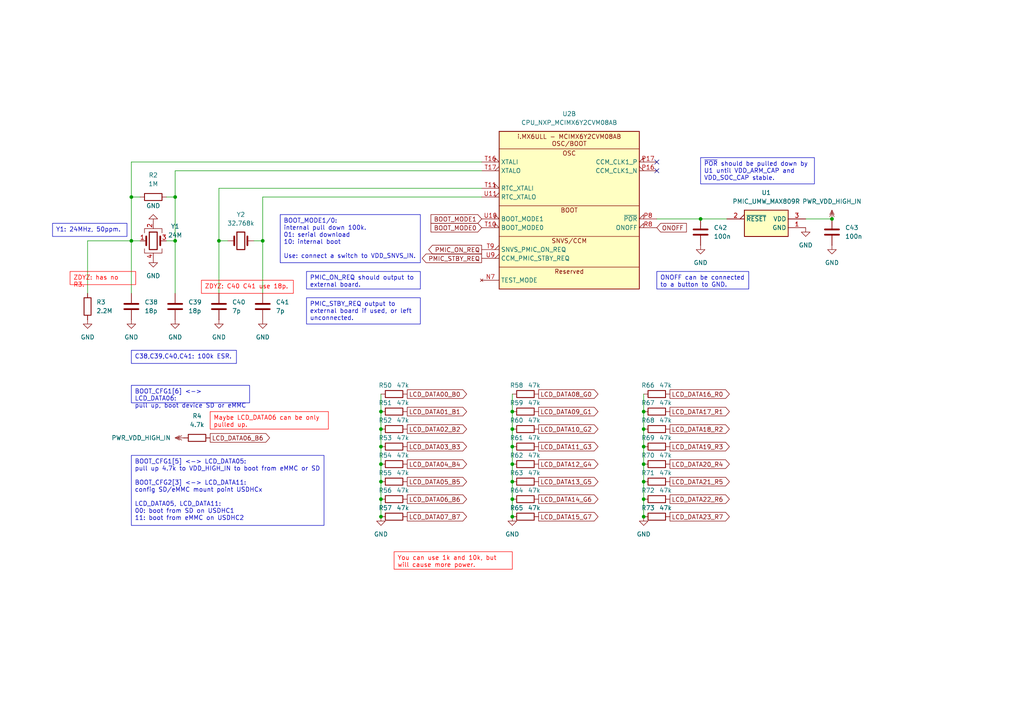
<source format=kicad_sch>
(kicad_sch (version 20231120) (generator "eeschema") (generator_version "8.0")
  (paper "A4")
  (title_block (title "i.MX6ULL Core - OSC BOOT") (date "2024-06-06") (rev "0.9.1"))
  (lib_symbols
    (symbol "Device:C" (pin_numbers hide) (pin_names (offset 0.254))
      (property "Reference" "C" (at 0.635 2.54 0))
      (property "Value" "C" (at 0.635 -2.54 0))
      (symbol "C_1_1"
        (pin passive line (at 0 3.81 270) (length 2.794) (name "~") (number "1"))
        (pin passive line (at 0 -3.81 90) (length 2.794) (name "~") (number "2"))
      )
    )
    (symbol "Device:Crystal" (pin_numbers hide) (pin_names (offset 1.016) hide)
      (property "Reference" "Y" (at 0 3.81 0))
      (property "Value" "Crystal" (at 0 -3.81 0))
      (symbol "Crystal_1_1"
        (pin passive line (at -3.81 0 0) (length 1.27) (name "1") (number "1"))
        (pin passive line (at 3.81 0 180) (length 1.27) (name "2") (number "2"))
      )
    )
    (symbol "Device:Crystal_GND24" (pin_names (offset 1.016) hide)
      (property "Reference" "Y" (at 3.175 5.08 0))
      (property "Value" "Crystal_GND24" (at 3.175 3.175 0))
      (symbol "Crystal_GND24_1_1"
        (pin passive line (at -3.81 0 0) (length 1.27) (name "1") (number "1"))
        (pin passive line (at 0 5.08 270) (length 1.27) (name "2") (number "2"))
        (pin passive line (at 3.81 0 180) (length 1.27) (name "3") (number "3"))
        (pin passive line (at 0 -5.08 90) (length 1.27) (name "4") (number "4"))
      )
    )
    (symbol "Device:R" (pin_numbers hide) (pin_names (offset 0))
      (property "Reference" "R" (at 2.032 0 90))
      (property "Value" "R" (at 0 0 90))
      (symbol "R_1_1"
        (pin passive line (at 0 3.81 270) (length 1.27) (name "~") (number "1"))
        (pin passive line (at 0 -3.81 90) (length 1.27) (name "~") (number "2"))
      )
    )
    (symbol "i.MX6ULL_Core:CPU_NXP_MCIMX6Y2CVM08AB"
      (property "Reference" "U" (at 0 0 0))
      (property "Value" "CPU_NXP_MCIMX6Y2CVM08AB" (at 0 54.61 0))
      (symbol "CPU_NXP_MCIMX6Y2CVM08AB_1_1"
        (unit_name "Unit A - PWR")
        (text "10pin" (at 5.08 20.32 0) (effects (font (size 1.27 1.27)) (justify right)))
        (text "2pin" (at 5.08 29.21 0) (effects (font (size 1.27 1.27)) (justify right)))
        (text "47pin" (at -15.24 -34.29 0) (effects (font (size 1.27 1.27)) (justify left)))
        (text "4pin" (at 5.08 17.78 0) (effects (font (size 1.27 1.27)) (justify right)))
        (text "6pin" (at -7.62 11.43 0) (effects (font (size 1.27 1.27)) (justify left)))
        (text "6pin" (at -7.62 20.32 0) (effects (font (size 1.27 1.27)) (justify left)))
        (text "ADC" (at 0 7.62 0) (effects (font (size 1.27 1.27))))
        (text "DRAM" (at 0 13.97 0) (effects (font (size 1.27 1.27))))
        (text "i.MX6ULL - MCIMX6Y2CVM08AB\nPWR" (at 0 41.91 0) (effects (font (size 1.27 1.27))))
        (text "LDO 2P5 1P1" (at 0 31.75 0) (effects (font (size 1.27 1.27))))
        (text private "NVCC_DRAM:\n	LPDDR2, 1.2V. DDR3L, 1.35V. DDR3, 1.5V\n\nNVCC_DRAM_2P5:\n	2.5V, Board-level connection to VDD_HIGH_CAP." (at 50.8 38.1 0) (effects (font (size 1.27 1.27)) (justify left top)))
        (text "LDO ARM SOC" (at 0 22.86 0) (effects (font (size 1.27 1.27))))
        (text "LDO SNVS" (at 0 38.1 0) (effects (font (size 1.27 1.27))))
        (text "NVCC_xxx" (at 0 -7.62 0) (effects (font (size 1.27 1.27))))
        (text private "Total: 92 pins." (at -20.32 45.72 0) (effects (font (size 1.27 1.27)) (justify left)))
        (text "Reserved" (at 0 -38.1 0) (effects (font (size 1.27 1.27))))
        (text "USB" (at 0 -1.27 0) (effects (font (size 1.27 1.27))))
        (text private "VDDA_ADC_3P3:\n	must be powered even\n	if the ADC is not used.\nADC_VREFH:\n	tied to VDDA_ADC_3P3.\n\nNGND_KEL0:\n	tied to GND.\n\nGPANIO:\n	reserved, unconnected." (at -76.2 38.1 0) (effects (font (size 1.27 1.27)) (justify left top)))
        (text "VSS" (at 0 -29.21 0) (effects (font (size 1.27 1.27))))
        (pin power_in line (at -25.4 -34.29 0) (length 5.08) (name "VSS") (number "A1"))
        (pin passive line (at -25.4 -34.29 0) (length 5.08) hide (name "VSS") (number "A17"))
        (pin passive line (at -25.4 -34.29 0) (length 5.08) hide (name "VSS") (number "C11"))
        (pin passive line (at -25.4 -34.29 0) (length 5.08) hide (name "VSS") (number "C15"))
        (pin passive line (at -25.4 -34.29 0) (length 5.08) hide (name "VSS") (number "C3"))
        (pin power_in line (at -25.4 -15.24 0) (length 5.08) (name "NVCC_SD1") (number "C4"))
        (pin passive line (at -25.4 -34.29 0) (length 5.08) hide (name "VSS") (number "C7"))
        (pin passive line (at -25.4 -34.29 0) (length 5.08) hide (name "VSS") (number "E11"))
        (pin power_in line (at -25.4 -20.32 0) (length 5.08) (name "NVCC_LCD") (number "E13"))
        (pin power_in line (at -25.4 -17.78 0) (length 5.08) (name "NVCC_NAND") (number "E7"))
        (pin passive line (at -25.4 -34.29 0) (length 5.08) hide (name "VSS") (number "E8"))
        (pin passive line (at -25.4 -34.29 0) (length 5.08) hide (name "VSS") (number "F10"))
        (pin passive line (at -25.4 -34.29 0) (length 5.08) hide (name "VSS") (number "F11"))
        (pin passive line (at -25.4 -34.29 0) (length 5.08) hide (name "VSS") (number "F12"))
        (pin power_in line (at -25.4 -22.86 0) (length 5.08) (name "NVCC_ENET") (number "F13"))
        (pin power_in line (at -25.4 -25.4 0) (length 5.08) (name "NVCC_CSI") (number "F4"))
        (pin passive line (at -25.4 -34.29 0) (length 5.08) hide (name "VSS") (number "F6"))
        (pin passive line (at -25.4 -34.29 0) (length 5.08) hide (name "VSS") (number "F7"))
        (pin passive line (at -25.4 -34.29 0) (length 5.08) hide (name "VSS") (number "F8"))
        (pin passive line (at -25.4 -34.29 0) (length 5.08) hide (name "VSS") (number "F9"))
        (pin passive line (at 25.4 17.78 180) (length 5.08) hide (name "VDD_ARM_CAP") (number "G10"))
        (pin passive line (at 25.4 17.78 180) (length 5.08) hide (name "VDD_ARM_CAP") (number "G11"))
        (pin passive line (at -25.4 -34.29 0) (length 5.08) hide (name "VSS") (number "G12"))
        (pin passive line (at -25.4 -34.29 0) (length 5.08) hide (name "VSS") (number "G15"))
        (pin passive line (at -25.4 -34.29 0) (length 5.08) hide (name "VSS") (number "G3"))
        (pin passive line (at -25.4 -34.29 0) (length 5.08) hide (name "VSS") (number "G5"))
        (pin power_in line (at -25.4 11.43 0) (length 5.08) (name "NVCC_DRAM") (number "G6"))
        (pin passive line (at -25.4 -34.29 0) (length 5.08) hide (name "VSS") (number "G7"))
        (pin power_out line (at 25.4 20.32 180) (length 5.08) (name "VDD_SOC_CAP") (number "G8"))
        (pin power_out line (at 25.4 17.78 180) (length 5.08) (name "VDD_ARM_CAP") (number "G9"))
        (pin passive line (at -25.4 20.32 0) (length 5.08) hide (name "VDD_SOC_IN") (number "H10"))
        (pin passive line (at 25.4 17.78 180) (length 5.08) hide (name "VDD_ARM_CAP") (number "H11"))
        (pin passive line (at -25.4 -34.29 0) (length 5.08) hide (name "VSS") (number "H12"))
        (pin power_in line (at -25.4 -10.16 0) (length 5.08) (name "NVCC_UART") (number "H13"))
        (pin passive line (at -25.4 11.43 0) (length 5.08) hide (name "NVCC_DRAM") (number "H6"))
        (pin passive line (at -25.4 -34.29 0) (length 5.08) hide (name "VSS") (number "H7"))
        (pin passive line (at 25.4 20.32 180) (length 5.08) hide (name "VDD_SOC_CAP") (number "H8"))
        (pin power_in line (at -25.4 20.32 0) (length 5.08) (name "VDD_SOC_IN") (number "H9"))
        (pin passive line (at -25.4 20.32 0) (length 5.08) hide (name "VDD_SOC_IN") (number "J10"))
        (pin passive line (at 25.4 20.32 180) (length 5.08) hide (name "VDD_SOC_CAP") (number "J11"))
        (pin passive line (at -25.4 -34.29 0) (length 5.08) hide (name "VSS") (number "J12"))
        (pin power_in line (at -25.4 -12.7 0) (length 5.08) (name "NVCC_GPIO") (number "J13"))
        (pin passive line (at -25.4 -34.29 0) (length 5.08) hide (name "VSS") (number "J5"))
        (pin passive line (at -25.4 11.43 0) (length 5.08) hide (name "NVCC_DRAM") (number "J6"))
        (pin passive line (at -25.4 -34.29 0) (length 5.08) hide (name "VSS") (number "J7"))
        (pin passive line (at 25.4 20.32 180) (length 5.08) hide (name "VDD_SOC_CAP") (number "J8"))
        (pin passive line (at -25.4 20.32 0) (length 5.08) hide (name "VDD_SOC_IN") (number "J9"))
        (pin passive line (at -25.4 20.32 0) (length 5.08) hide (name "VDD_SOC_IN") (number "K10"))
        (pin passive line (at 25.4 20.32 180) (length 5.08) hide (name "VDD_SOC_CAP") (number "K11"))
        (pin passive line (at -25.4 -34.29 0) (length 5.08) hide (name "VSS") (number "K12"))
        (pin passive line (at -25.4 11.43 0) (length 5.08) hide (name "NVCC_DRAM") (number "K6"))
        (pin passive line (at -25.4 -34.29 0) (length 5.08) hide (name "VSS") (number "K7"))
        (pin passive line (at 25.4 20.32 180) (length 5.08) hide (name "VDD_SOC_CAP") (number "K8"))
        (pin passive line (at -25.4 20.32 0) (length 5.08) hide (name "VDD_SOC_IN") (number "K9"))
        (pin passive line (at 25.4 20.32 180) (length 5.08) hide (name "VDD_SOC_CAP") (number "L10"))
        (pin passive line (at 25.4 20.32 180) (length 5.08) hide (name "VDD_SOC_CAP") (number "L11"))
        (pin passive line (at -25.4 -34.29 0) (length 5.08) hide (name "VSS") (number "L12"))
        (pin power_in line (at -25.4 5.08 0) (length 5.08) (name "VDDA_ADC_3P3") (number "L13"))
        (pin passive line (at -25.4 -34.29 0) (length 5.08) hide (name "VSS") (number "L3"))
        (pin passive line (at -25.4 11.43 0) (length 5.08) hide (name "NVCC_DRAM") (number "L6"))
        (pin passive line (at -25.4 -34.29 0) (length 5.08) hide (name "VSS") (number "L7"))
        (pin passive line (at 25.4 20.32 180) (length 5.08) hide (name "VDD_SOC_CAP") (number "L8"))
        (pin passive line (at 25.4 20.32 180) (length 5.08) hide (name "VDD_SOC_CAP") (number "L9"))
        (pin passive line (at -25.4 -34.29 0) (length 5.08) hide (name "VSS") (number "M10"))
        (pin passive line (at -25.4 -34.29 0) (length 5.08) hide (name "VSS") (number "M11"))
        (pin power_in line (at -25.4 -31.75 0) (length 5.08) (name "NGND_KEL0") (number "M12"))
        (pin power_in line (at -25.4 2.54 0) (length 5.08) (name "ADC_VREFH") (number "M13"))
        (pin passive line (at -25.4 11.43 0) (length 5.08) hide (name "NVCC_DRAM") (number "M6"))
        (pin passive line (at -25.4 -34.29 0) (length 5.08) hide (name "VSS") (number "M7"))
        (pin passive line (at -25.4 -34.29 0) (length 5.08) hide (name "VSS") (number "M8"))
        (pin passive line (at -25.4 -34.29 0) (length 5.08) hide (name "VSS") (number "M9"))
        (pin power_out line (at 25.4 35.56 180) (length 5.08) (name "VDD_SNVS_CAP") (number "N12"))
        (pin power_in line (at -25.4 29.21 0) (length 5.08) (name "VDD_HIGH_IN") (number "N13"))
        (pin passive line (at -25.4 -34.29 0) (length 5.08) hide (name "VSS") (number "N3"))
        (pin passive line (at -25.4 -34.29 0) (length 5.08) hide (name "VSS") (number "N5"))
        (pin power_in line (at 25.4 11.43 180) (length 5.08) (name "NVCC_DRAM_2P5") (number "N6"))
        (pin power_in line (at -25.4 35.56 0) (length 5.08) (name "VDD_SNVS_IN") (number "P12"))
        (pin power_out line (at 25.4 26.67 180) (length 5.08) (name "NVCC_PLL") (number "P13"))
        (pin passive line (at -25.4 -34.29 0) (length 5.08) hide (name "VSS") (number "R11"))
        (pin power_out line (at 25.4 -3.81 180) (length 5.08) (name "VDD_USB_CAP") (number "R12"))
        (pin no_connect line (at -25.4 -40.64 0) (length 5.08) (name "GPANAIO") (number "R13"))
        (pin power_out line (at 25.4 29.21 180) (length 5.08) (name "VDD_HIGH_CAP") (number "R14"))
        (pin passive line (at 25.4 29.21 180) (length 5.08) hide (name "VDD_HIGH_CAP") (number "R15"))
        (pin passive line (at -25.4 -34.29 0) (length 5.08) hide (name "VSS") (number "R16"))
        (pin passive line (at -25.4 -34.29 0) (length 5.08) hide (name "VSS") (number "R17"))
        (pin passive line (at -25.4 -34.29 0) (length 5.08) hide (name "VSS") (number "R3"))
        (pin passive line (at -25.4 -34.29 0) (length 5.08) hide (name "VSS") (number "R5"))
        (pin passive line (at -25.4 -34.29 0) (length 5.08) hide (name "VSS") (number "R7"))
        (pin passive line (at -25.4 -34.29 0) (length 5.08) hide (name "VSS") (number "T14"))
        (pin passive line (at -25.4 -34.29 0) (length 5.08) hide (name "VSS") (number "U1"))
        (pin passive line (at -25.4 -34.29 0) (length 5.08) hide (name "VSS") (number "U14"))
        (pin passive line (at -25.4 -34.29 0) (length 5.08) hide (name "VSS") (number "U17"))
      )
      (symbol "CPU_NXP_MCIMX6Y2CVM08AB_2_1"
        (unit_name "Unit B - OSC/BOOT")
        (text private "CCM_CLK1_P, CCM_CLK1_N:\n	unconnected if not used.\n\n~{POR}:\n	internal 100k pull up.\nONOFF:\n	internal 100k pull up, pull down to reset chip." (at 38.1 12.7 0) (effects (font (size 1.27 1.27)) (justify left top)))
        (text "BOOT" (at 0 0 0) (effects (font (size 1.27 1.27))))
        (text "i.MX6ULL - MCIMX6Y2CVM08AB\nOSC/BOOT" (at 0 20.32 0) (effects (font (size 1.27 1.27))))
        (text "OSC" (at 0 16.51 0) (effects (font (size 1.27 1.27))))
        (text private "Total: 13 pins." (at -20.32 24.13 0) (effects (font (size 1.27 1.27)) (justify left)))
        (text private "XTALI, XTALO:\n	24MHz.\nRTC_XTALI, RTC_XTALO:\n	32.768kHz.\n\nBOOT_MODE1,BOOT_MODE0:\n	internal 100k pull down.\n00: efuse.\n01: serial download.\n10: internal boot.\n11: reserved.\n\nTEST_MODE:\n	reserved,\n	unconnected or tied to GND." (at -76.2 12.7 0) (effects (font (size 1.27 1.27)) (justify left top)))
        (text "Reserved" (at 0 -17.78 0) (effects (font (size 1.27 1.27))))
        (text "SNVS/CCM" (at 0 -8.89 0) (effects (font (size 1.27 1.27))))
        (pin no_connect line (at -25.4 -20.32 0) (length 5.08) (name "TEST_MODE") (number "N7"))
        (pin output output_low (at 25.4 11.43 180) (length 5.08) (name "CCM_CLK1_N") (number "P16"))
        (pin input input_low (at 25.4 13.97 180) (length 5.08) (name "CCM_CLK1_P") (number "P17"))
        (pin input input_low (at 25.4 -2.54 180) (length 5.08) (name "~{POR}") (number "P8"))
        (pin input input_low (at 25.4 -5.08 180) (length 5.08) (name "ONOFF") (number "R8"))
        (pin input input_low (at -25.4 -5.08 0) (length 5.08) (name "BOOT_MODE0") (number "T10"))
        (pin input input_low (at -25.4 6.35 0) (length 5.08) (name "RTC_XTALI") (number "T11"))
        (pin input input_low (at -25.4 13.97 0) (length 5.08) (name "XTALI") (number "T16"))
        (pin output output_low (at -25.4 11.43 0) (length 5.08) (name "XTALO") (number "T17"))
        (pin output output_low (at -25.4 -11.43 0) (length 5.08) (name "SNVS_PMIC_ON_REQ") (number "T9"))
        (pin input input_low (at -25.4 -2.54 0) (length 5.08) (name "BOOT_MODE1") (number "U10"))
        (pin output output_low (at -25.4 3.81 0) (length 5.08) (name "RTC_XTALO") (number "U11"))
        (pin output output_low (at -25.4 -13.97 0) (length 5.08) (name "CCM_PMIC_STBY_REQ") (number "U9"))
      )
      (symbol "CPU_NXP_MCIMX6Y2CVM08AB_3_1"
        (unit_name "Unit C - DRAM")
        (text private "DRAM_VREF:\n	must be half of NVCC_DRAM.\n	Use a 1 kohm 0.5% resistor to GND and a 1 kohm 0.5%\n	resistor to NVCC_DRAM. Shunt each resistor with a\n	closely-mounted 0.1 uF capacitor." (at -101.6 38.1 0) (effects (font (size 1.27 1.27)) (justify left top)))
        (text private "Total: 55 pins." (at -20.32 48.26 0) (effects (font (size 1.27 1.27)) (justify left)))
        (text "i.MX6ULL - MCIMX6Y2CVM08AB\nDRAM" (at 0 44.45 0) (effects (font (size 1.27 1.27))))
        (pin output output_low (at 25.4 24.13 180) (length 5.08) (name "DRAM_ODT1") (number "F1"))
        (pin output output_low (at -25.4 -24.13 0) (length 5.08) (name "DRAM_ADDR14") (number "G1"))
        (pin output output_low (at -25.4 -1.27 0) (length 5.08) (name "DRAM_ADDR06") (number "G2"))
        (pin output output_low (at -25.4 29.21 0) (length 5.08) (name "DRAM_RESET") (number "G4"))
        (pin output output_low (at -25.4 -34.29 0) (length 5.08) (name "DRAM_SDBA1") (number "H1"))
        (pin output output_low (at -25.4 11.43 0) (length 5.08) (name "DRAM_ADDR01") (number "H2"))
        (pin output output_low (at -25.4 -21.59 0) (length 5.08) (name "DRAM_ADDR13") (number "H3"))
        (pin output output_low (at -25.4 -3.81 0) (length 5.08) (name "DRAM_ADDR07") (number "H4"))
        (pin output output_low (at -25.4 31.75 0) (length 5.08) (name "~{DRAM_CS1}") (number "H5"))
        (pin output output_low (at 25.4 29.21 180) (length 5.08) (name "~{DRAM_SDWE}") (number "J1"))
        (pin output output_low (at 25.4 31.75 180) (length 5.08) (name "~{DRAM_CAS}") (number "J2"))
        (pin output output_low (at -25.4 24.13 0) (length 5.08) (name "DRAM_SDCKE1") (number "J3"))
        (pin output output_low (at -25.4 -8.89 0) (length 5.08) (name "DRAM_ADDR08") (number "J4"))
        (pin output output_low (at -25.4 8.89 0) (length 5.08) (name "DRAM_ADDR02") (number "K1"))
        (pin output output_low (at -25.4 -36.83 0) (length 5.08) (name "DRAM_SDBA2") (number "K2"))
        (pin output output_low (at -25.4 -16.51 0) (length 5.08) (name "DRAM_ADDR11") (number "K3"))
        (pin output output_low (at -25.4 3.81 0) (length 5.08) (name "DRAM_ADDR04") (number "K4"))
        (pin output output_low (at -25.4 -26.67 0) (length 5.08) (name "DRAM_ADDR15") (number "K5"))
        (pin output output_low (at -25.4 1.27 0) (length 5.08) (name "DRAM_ADDR05") (number "L1"))
        (pin output output_low (at -25.4 -11.43 0) (length 5.08) (name "DRAM_ADDR09") (number "L2"))
        (pin output output_low (at -25.4 -19.05 0) (length 5.08) (name "DRAM_ADDR12") (number "L4"))
        (pin output output_low (at -25.4 13.97 0) (length 5.08) (name "DRAM_ADDR00") (number "L5"))
        (pin output output_low (at -25.4 -31.75 0) (length 5.08) (name "DRAM_SDBA0") (number "M1"))
        (pin output output_low (at -25.4 6.35 0) (length 5.08) (name "DRAM_ADDR03") (number "M2"))
        (pin output output_low (at -25.4 26.67 0) (length 5.08) (name "DRAM_SDCKE0") (number "M3"))
        (pin output output_low (at -25.4 -13.97 0) (length 5.08) (name "DRAM_ADDR10") (number "M4"))
        (pin output output_low (at 25.4 34.29 180) (length 5.08) (name "~{DRAM_RAS}") (number "M5"))
        (pin output output_low (at 25.4 26.67 180) (length 5.08) (name "DRAM_ODT0") (number "N1"))
        (pin output output_low (at -25.4 34.29 0) (length 5.08) (name "~{DRAM_CS0}") (number "N2"))
        (pin passive output_low (at 25.4 21.59 180) (length 5.08) (name "DRAM_ZQPAD") (number "N4"))
        (pin output output_low (at -25.4 21.59 0) (length 5.08) (name "DRAM_SDCLK0+") (number "P1"))
        (pin output output_low (at -25.4 19.05 0) (length 5.08) (name "DRAM_SDCLK0-") (number "P2"))
        (pin bidirectional line (at 25.4 -21.59 180) (length 5.08) (name "DRAM_DATA13") (number "P3"))
        (pin power_in line (at -25.4 39.37 0) (length 5.08) (name "DRAM_VREF") (number "P4"))
        (pin bidirectional line (at 25.4 -19.05 180) (length 5.08) (name "DRAM_DATA12") (number "P5"))
        (pin bidirectional line (at 25.4 -31.75 180) (length 5.08) (name "DRAM_SDQS0+") (number "P6"))
        (pin bidirectional line (at 25.4 -34.29 180) (length 5.08) (name "DRAM_SDQS0-") (number "P7"))
        (pin bidirectional line (at 25.4 -26.67 180) (length 5.08) (name "DRAM_DATA15") (number "R1"))
        (pin bidirectional line (at 25.4 -24.13 180) (length 5.08) (name "DRAM_DATA14") (number "R2"))
        (pin bidirectional line (at 25.4 -16.51 180) (length 5.08) (name "DRAM_DATA11") (number "R4"))
        (pin bidirectional line (at 25.4 -36.83 180) (length 5.08) (name "DRAM_SDQS1+") (number "T1"))
        (pin bidirectional line (at 25.4 -39.37 180) (length 5.08) (name "DRAM_SDQS1-") (number "T2"))
        (pin bidirectional line (at 25.4 -44.45 180) (length 5.08) (name "DRAM_DQM1") (number "T3"))
        (pin bidirectional line (at 25.4 13.97 180) (length 5.08) (name "DRAM_DATA00") (number "T4"))
        (pin bidirectional line (at 25.4 -1.27 180) (length 5.08) (name "DRAM_DATA06") (number "T5"))
        (pin bidirectional line (at 25.4 8.89 180) (length 5.08) (name "DRAM_DATA02") (number "T6"))
        (pin bidirectional line (at 25.4 -41.91 180) (length 5.08) (name "DRAM_DQM0") (number "T7"))
        (pin bidirectional line (at 25.4 1.27 180) (length 5.08) (name "DRAM_DATA05") (number "T8"))
        (pin bidirectional line (at 25.4 -8.89 180) (length 5.08) (name "DRAM_DATA08") (number "U2"))
        (pin bidirectional line (at 25.4 -11.43 180) (length 5.08) (name "DRAM_DATA09") (number "U3"))
        (pin bidirectional line (at 25.4 -3.81 180) (length 5.08) (name "DRAM_DATA07") (number "U4"))
        (pin bidirectional line (at 25.4 -13.97 180) (length 5.08) (name "DRAM_DATA10") (number "U5"))
        (pin bidirectional line (at 25.4 11.43 180) (length 5.08) (name "DRAM_DATA01") (number "U6"))
        (pin bidirectional line (at 25.4 6.35 180) (length 5.08) (name "DRAM_DATA03") (number "U7"))
        (pin bidirectional line (at 25.4 3.81 180) (length 5.08) (name "DRAM_DATA04") (number "U8"))
      )
      (symbol "CPU_NXP_MCIMX6Y2CVM08AB_4_1"
        (unit_name "Unit D - SD/eMMC")
        (text private "NOTE:\n\nSD1 for eMMC, SD2 for SD card.\nSD card does not have RESET pin, so leave SD2_RESET unconnected.\nSD card does not have VSELECT pin, so give GPIO1_IO08 to LCD as PWM.\nIf you do not use dual-power for eMMC (VDDQ 1.8V), leave SD1_VSELECT unconnected.\nConnect a 22R(or 10R) resistor in series on SDn_CLK and SDn_CMD, close to host, for impedance matching.\nboot ROM uses SDn_CMD and SDn_DATA0 without internal pull-up configured, so pull them up to 3.3V via 10k.\nSD2 is in NVCC_NAND domain, power it to 3.3V." (at -38.1 -25.4 0) (effects (font (size 1.27 1.27)) (justify left top)))
        (text "i.MX6ULL - MCIMX6Y2CVM08AB\nSD/eMMC" (at 0 20.32 0) (effects (font (size 1.27 1.27))))
        (text private "Total: 21 pins." (at -25.4 24.13 0) (effects (font (size 1.27 1.27)) (justify left)))
        (pin bidirectional line (at -30.48 -5.08 0) (length 5.08) (name "SD1_DATA3") (number "A2"))
        (pin bidirectional line (at 30.48 -12.7 180) (length 5.08) (name "NAND_DATA07/SD2_DATA7") (number "A5"))
        (pin bidirectional line (at 30.48 -10.16 180) (length 5.08) (name "NAND_DATA06/SD2_DATA6") (number "A6"))
        (pin bidirectional line (at 30.48 0 180) (length 5.08) (name "NAND_DATA02/SD2_DATA2") (number "A7"))
        (pin bidirectional line (at -30.48 -2.54 0) (length 5.08) (name "SD1_DATA2") (number "B1"))
        (pin bidirectional line (at -30.48 0 0) (length 5.08) (name "SD1_DATA1") (number "B2"))
        (pin bidirectional line (at -30.48 2.54 0) (length 5.08) (name "SD1_DATA0") (number "B3"))
        (pin output output_low (at 30.48 15.24 180) (length 5.08) (name "NAND_ALE/SD2_RESET") (number "B4"))
        (pin bidirectional line (at 30.48 -7.62 180) (length 5.08) (name "NAND_DATA05/SD2_DATA5") (number "B6"))
        (pin bidirectional line (at 30.48 2.54 180) (length 5.08) (name "NAND_DATA01/SD2_DATA1") (number "B7"))
        (pin output output_low (at -30.48 10.16 0) (length 5.08) (name "SD1_CLK") (number "C1"))
        (pin bidirectional line (at -30.48 7.62 0) (length 5.08) (name "SD1_CMD") (number "C2"))
        (pin bidirectional line (at 30.48 -5.08 180) (length 5.08) (name "NAND_DATA04/SD2_DATA4") (number "C6"))
        (pin bidirectional line (at 30.48 10.16 180) (length 5.08) (name "~{NAND_WE}/SD2_CMD") (number "C8"))
        (pin output output_low (at 30.48 -20.32 180) (length 5.08) (name "~{NAND_WP}") (number "D5"))
        (pin bidirectional line (at 30.48 -2.54 180) (length 5.08) (name "NAND_DATA03/SD2_DATA3") (number "D6"))
        (pin bidirectional line (at 30.48 5.08 180) (length 5.08) (name "NAND_DATA00/SD2_DATA0") (number "D7"))
        (pin output output_low (at 30.48 12.7 180) (length 5.08) (name "~{NAND_RE}/SD2_CLK") (number "D8"))
        (pin bidirectional line (at 30.48 -17.78 180) (length 5.08) (name "NAND_DQS") (number "E6"))
        (pin input input_low (at -30.48 12.7 0) (length 5.08) (name "~{UART1_RTS}/~{SD1_CD}") (number "J14"))
        (pin output output_low (at -30.48 15.24 0) (length 5.08) (name "GPIO1_IO05/SD1_VSELECT") (number "M17"))
      )
      (symbol "CPU_NXP_MCIMX6Y2CVM08AB_5_1"
        (unit_name "Unit E - UART")
        (text "i.MX6ULL - MCIMX6Y2CVM08AB\nUART" (at 0 7.62 0) (effects (font (size 1.27 1.27))))
        (text private "Total: 6 pins." (at -20.32 11.43 0) (effects (font (size 1.27 1.27)) (justify left)))
        (pin input input_low (at 25.4 -7.62 180) (length 5.08) (name "UART3_RXD") (number "H16"))
        (pin output output_low (at 25.4 -5.08 180) (length 5.08) (name "UART3_TXD") (number "H17"))
        (pin input input_low (at 25.4 0 180) (length 5.08) (name "UART2_RXD") (number "J16"))
        (pin output output_low (at 25.4 2.54 180) (length 5.08) (name "UART2_TXD") (number "J17"))
        (pin output output_low (at -25.4 2.54 0) (length 5.08) (name "UART1_TXD") (number "K14"))
        (pin input input_low (at -25.4 0 0) (length 5.08) (name "UART1_RXD") (number "K16"))
      )
      (symbol "CPU_NXP_MCIMX6Y2CVM08AB_6_1"
        (unit_name "Unit F - LCD/TSC")
        (text "Backlight" (at 0 -30.48 0) (effects (font (size 1.27 1.27))))
        (text "i.MX6ULL - MCIMX6Y2CVM08AB\nLCD/TSC" (at 0 43.18 0) (effects (font (size 1.27 1.27))))
        (text private "LCD_CLK:\n	pixel clock\nLCD_HSYNC:\n	horizontal sync\nLCD_VSYNC:\n	vertical sync\n\nPWM1_OUT:\n	LCD background light brightness adjust.\n	Its power domain is NVCC_GPIO.\n\nGPIO1_IO02:\n	configured as GPIO for touch screen IC reset.\nGPIO1_IO09:\n	configured as GPIO for touch screen IC interrupt." (at 50.8 25.4 0) (effects (font (size 1.27 1.27)) (justify left top)))
        (text private "Total: 32 pins." (at -20.32 46.99 0) (effects (font (size 1.27 1.27)) (justify left)))
        (text "LCD" (at 0 39.37 0) (effects (font (size 1.27 1.27))))
        (text "Touch Screen IC" (at 0 -36.83 0) (effects (font (size 1.27 1.27))))
        (pin output output_low (at -25.4 21.59 0) (length 5.08) (name "LCD_DATA06") (number "A10"))
        (pin output output_low (at -25.4 11.43 0) (length 5.08) (name "LCD_DATA09") (number "A11"))
        (pin output output_low (at -25.4 -1.27 0) (length 5.08) (name "LCD_DATA14") (number "A12"))
        (pin output output_low (at -25.4 -13.97 0) (length 5.08) (name "LCD_DATA18") (number "A13"))
        (pin output output_low (at -25.4 -24.13 0) (length 5.08) (name "LCD_DATA22") (number "A14"))
        (pin output output_low (at 25.4 26.67 180) (length 5.08) (name "LCD_CLK") (number "A8"))
        (pin output output_low (at -25.4 34.29 0) (length 5.08) (name "LCD_DATA01") (number "A9"))
        (pin output output_low (at -25.4 24.13 0) (length 5.08) (name "LCD_DATA05") (number "B10"))
        (pin output output_low (at -25.4 13.97 0) (length 5.08) (name "LCD_DATA08") (number "B11"))
        (pin output output_low (at -25.4 1.27 0) (length 5.08) (name "LCD_DATA13") (number "B12"))
        (pin output output_low (at -25.4 -11.43 0) (length 5.08) (name "LCD_DATA17") (number "B13"))
        (pin output output_low (at -25.4 -21.59 0) (length 5.08) (name "LCD_DATA21") (number "B14"))
        (pin output output_low (at -25.4 -26.67 0) (length 5.08) (name "LCD_DATA23") (number "B16"))
        (pin output output_low (at 25.4 36.83 180) (length 5.08) (name "LCD_ENABLE") (number "B8"))
        (pin output output_low (at -25.4 36.83 0) (length 5.08) (name "LCD_DATA00") (number "B9"))
        (pin output output_low (at -25.4 26.67 0) (length 5.08) (name "LCD_DATA04") (number "C10"))
        (pin output output_low (at -25.4 3.81 0) (length 5.08) (name "LCD_DATA12") (number "C12"))
        (pin output output_low (at -25.4 -8.89 0) (length 5.08) (name "LCD_DATA16") (number "C13"))
        (pin output output_low (at -25.4 -19.05 0) (length 5.08) (name "LCD_DATA20") (number "C14"))
        (pin output output_low (at 25.4 21.59 180) (length 5.08) (name "LCD_VSYNC") (number "C9"))
        (pin output output_low (at -25.4 29.21 0) (length 5.08) (name "LCD_DATA03") (number "D10"))
        (pin output output_low (at -25.4 19.05 0) (length 5.08) (name "LCD_DATA07") (number "D11"))
        (pin output output_low (at -25.4 6.35 0) (length 5.08) (name "LCD_DATA11") (number "D12"))
        (pin output output_low (at -25.4 -3.81 0) (length 5.08) (name "LCD_DATA15") (number "D13"))
        (pin output output_low (at -25.4 -16.51 0) (length 5.08) (name "LCD_DATA19") (number "D14"))
        (pin output output_low (at 25.4 24.13 180) (length 5.08) (name "LCD_HSYNC") (number "D9"))
        (pin output output_low (at -25.4 31.75 0) (length 5.08) (name "LCD_DATA02") (number "E10"))
        (pin output output_low (at -25.4 8.89 0) (length 5.08) (name "LCD_DATA10") (number "E12"))
        (pin output output_low (at 25.4 31.75 180) (length 5.08) (name "LCD_RESET") (number "E9"))
        (pin output output_low (at 25.4 -39.37 180) (length 5.08) (name "GPIO1_IO02") (number "L14"))
        (pin input input_low (at 25.4 -41.91 180) (length 5.08) (name "GPIO1_IO09") (number "M15"))
        (pin output output_low (at 25.4 -33.02 180) (length 5.08) (name "GPIO1_IO08/PWM1_OUT") (number "N17"))
      )
      (symbol "CPU_NXP_MCIMX6Y2CVM08AB_7_1"
        (unit_name "Unit G - CSI")
        (text private "GPIO1_IO04:\n	configured as GPIO for CSI power down.\n~{UART1_RTS}/GPIO1_IO19:\n	configured as GPIO for CSI reset.\n\nCSI_MCLK:\n	master clock, i.MX -> camera\nCSI_PIXCLK:\n	pixel clock, camera -> i.MX\nCSI_HSYNC:\n	horizontal sync, camera -> i.MX\nCSI_VSYNC:\n	vertical sync, camera -> i.MX" (at 38.1 12.7 0) (effects (font (size 1.27 1.27)) (justify left top)))
        (text private "Total: 13 pins." (at -20.32 15.24 0) (effects (font (size 1.27 1.27)) (justify left)))
        (text "i.MX6ULL - MCIMX6Y2CVM08AB\nCSI" (at 0 11.43 0) (effects (font (size 1.27 1.27))))
        (pin input input_low (at -25.4 -11.43 0) (length 5.08) (name "CSI_DATA07") (number "D1"))
        (pin input input_low (at -25.4 -8.89 0) (length 5.08) (name "CSI_DATA06") (number "D2"))
        (pin input input_low (at -25.4 -6.35 0) (length 5.08) (name "CSI_DATA05") (number "D3"))
        (pin input input_low (at -25.4 -3.81 0) (length 5.08) (name "CSI_DATA04") (number "D4"))
        (pin input input_low (at -25.4 -1.27 0) (length 5.08) (name "CSI_DATA03") (number "E1"))
        (pin input input_low (at -25.4 1.27 0) (length 5.08) (name "CSI_DATA02") (number "E2"))
        (pin input input_low (at -25.4 3.81 0) (length 5.08) (name "CSI_DATA01") (number "E3"))
        (pin input input_low (at -25.4 6.35 0) (length 5.08) (name "CSI_DATA00") (number "E4"))
        (pin input input_low (at 25.4 -6.35 180) (length 5.08) (name "CSI_PIXCLK") (number "E5"))
        (pin input input_low (at 25.4 -11.43 180) (length 5.08) (name "CSI_VSYNC") (number "F2"))
        (pin input input_low (at 25.4 -8.89 180) (length 5.08) (name "CSI_HSYNC") (number "F3"))
        (pin output output_low (at 25.4 -3.81 180) (length 5.08) (name "CSI_MCLK") (number "F5"))
        (pin output output_low (at 25.4 3.81 180) (length 5.08) (name "~{UART1_CTS}/GPIO1_IO18") (number "K15"))
        (pin output output_low (at 25.4 6.35 180) (length 5.08) (name "GPIO1_IO04") (number "M16"))
      )
      (symbol "CPU_NXP_MCIMX6Y2CVM08AB_8_1"
        (unit_name "Unit H - I2C")
        (text private "I2C1:\n	free use.\nI2C2:\n	mount touch screen IC and CSI." (at -19.05 -12.7 0) (effects (font (size 1.27 1.27)) (justify left top)))
        (text "i.MX6ULL - MCIMX6Y2CVM08AB\nI2C" (at 0 3.81 0) (effects (font (size 1.27 1.27))))
        (text private "Total: 4 pins." (at -22.86 7.62 0) (effects (font (size 1.27 1.27)) (justify left)))
        (pin output output_low (at 27.94 -1.27 180) (length 5.08) (name "UART5_TXD/I2C2_CLK") (number "F17"))
        (pin bidirectional line (at 27.94 -3.81 180) (length 5.08) (name "UART5_RXD/I2C2_SDA") (number "G13"))
        (pin bidirectional line (at -27.94 -3.81 0) (length 5.08) (name "I2C1_SDA/UART4_RXD") (number "G16"))
        (pin output output_low (at -27.94 -1.27 0) (length 5.08) (name "I2C1_CLK/UART4_TXD") (number "G17"))
      )
      (symbol "CPU_NXP_MCIMX6Y2CVM08AB_9_1"
        (unit_name "Unit I - USB")
        (text "i.MX6ULL - MCIMX6Y2CVM08AB\nUSB" (at 0 8.89 0) (effects (font (size 1.27 1.27))))
        (text private "Total: 8 pins." (at -29.21 12.7 0) (effects (font (size 1.27 1.27)) (justify left)))
        (text private "USB1:\n	OTG.\nUSB2:\n	OTG." (at -5.08 -17.78 0) (effects (font (size 1.27 1.27)) (justify left top)))
        (text private "~{USB_OTG1_CHD}\n	not used." (at -63.5 -7.62 0) (effects (font (size 1.27 1.27)) (justify left top)))
        (pin input input_low (at -34.29 -3.81 0) (length 5.08) (name "ANATOP_OTG1_ID/GPIO1_IO00") (number "K13"))
        (pin power_in line (at -34.29 3.81 0) (length 5.08) (name "USB_OTG1_VBUS") (number "T12"))
        (pin bidirectional line (at 35.56 -1.27 180) (length 5.08) (name "USB_OTG2_DN") (number "T13"))
        (pin bidirectional line (at -34.29 -1.27 0) (length 5.08) (name "USB_OTG1_DN") (number "T15"))
        (pin power_in line (at 35.56 3.81 180) (length 5.08) (name "USB_OTG2_VBUS") (number "U12"))
        (pin bidirectional line (at 35.56 1.27 180) (length 5.08) (name "USB_OTG2_DP") (number "U13"))
        (pin bidirectional line (at -34.29 1.27 0) (length 5.08) (name "USB_OTG1_DP") (number "U15"))
        (pin output output_low (at -34.29 -8.89 0) (length 5.08) (name "~{USB_OTG1_CHD}") (number "U16"))
      )
      (symbol "CPU_NXP_MCIMX6Y2CVM08AB_10_1"
        (unit_name "Unit J - ENET")
        (text private "GPIO1_IO23/~{UART2_RTS}:\n	ENET IC reset.\nGOIO1_IO27/~{UART3_RTS}:\n	ENET IC interrupt." (at -76.2 12.7 0) (effects (font (size 1.27 1.27)) (justify left top)))
        (text private "Total: 22 pins." (at -25.4 22.86 0) (effects (font (size 1.27 1.27)) (justify left)))
        (text private "~{UART2_CTS}/GPIO1_IO22:\n	ENET IC reset.\n~{UART3_CTS}/GPIO1_IO26:\n	ENET IC interrupt." (at 50.8 12.7 0) (effects (font (size 1.27 1.27)) (justify left top)))
        (text "i.MX6ULL - MCIMX6Y2CVM08AB\nENET" (at 0 19.05 0) (effects (font (size 1.27 1.27))))
        (pin output output_low (at 30.48 -16.51 180) (length 5.08) (name "ENET2_TX_DATA0") (number "A15"))
        (pin output output_low (at 30.48 -19.05 180) (length 5.08) (name "ENET2_TX_DATA1") (number "A16"))
        (pin output output_low (at 30.48 -11.43 180) (length 5.08) (name "ENET2_TX_EN") (number "B15"))
        (pin input input_low (at 30.48 -1.27 180) (length 5.08) (name "ENET2_RX_EN") (number "B17"))
        (pin input input_low (at 30.48 -8.89 180) (length 5.08) (name "ENET2_RX_DATA1") (number "C16"))
        (pin input input_low (at 30.48 -6.35 180) (length 5.08) (name "ENET2_RX_DATA0") (number "C17"))
        (pin input input_low (at -30.48 -3.81 0) (length 5.08) (name "ENET1_RX_ER") (number "D15"))
        (pin input input_low (at 30.48 -3.81 180) (length 5.08) (name "ENET2_RX_ER") (number "D16"))
        (pin output output_low (at 30.48 -13.97 180) (length 5.08) (name "ENET2_TX_CLK") (number "D17"))
        (pin output output_low (at -30.48 -19.05 0) (length 5.08) (name "ENET1_TX_DATA1") (number "E14"))
        (pin output output_low (at -30.48 -16.51 0) (length 5.08) (name "ENET1_TX_DATA0") (number "E15"))
        (pin input input_low (at -30.48 -1.27 0) (length 5.08) (name "ENET1_RX_EN") (number "E16"))
        (pin input input_low (at -30.48 -8.89 0) (length 5.08) (name "ENET1_RX_DATA1") (number "E17"))
        (pin output output_low (at -30.48 -13.97 0) (length 5.08) (name "ENET1_TX_CLK") (number "F14"))
        (pin output output_low (at -30.48 -11.43 0) (length 5.08) (name "ENET1_TX_EN") (number "F15"))
        (pin input input_low (at -30.48 -6.35 0) (length 5.08) (name "ENET1_RX_DATA0") (number "F16"))
        (pin input input_low (at -30.48 3.81 0) (length 5.08) (name "GOIO1_IO27/~{UART3_RTS}") (number "G14"))
        (pin output output_low (at -30.48 6.35 0) (length 5.08) (name "GPIO1_IO23/~{UART2_RTS}") (number "H14"))
        (pin input input_low (at 30.48 3.81 180) (length 5.08) (name "~{UART3_CTS}/GPIO1_IO26") (number "H15"))
        (pin output output_low (at 30.48 6.35 180) (length 5.08) (name "~{UART2_CTS}/GPIO1_IO22") (number "J15"))
        (pin bidirectional line (at -30.48 13.97 0) (length 5.08) (name "ENET_MDIO/GPIO1_IO06") (number "K17"))
        (pin output output_low (at -30.48 11.43 0) (length 5.08) (name "ENET_MDC/GPIO1_IO07") (number "L16"))
      )
      (symbol "CPU_NXP_MCIMX6Y2CVM08AB_11_1"
        (unit_name "Unit K - SPI")
        (text "i.MX6ULL - MCIMX6Y2CVM08AB\nSPI" (at 0 6.35 0) (effects (font (size 1.27 1.27))))
        (text private "Total: 4 pins." (at -20.32 10.16 0) (effects (font (size 1.27 1.27)) (justify left)))
        (pin output output_low (at -25.4 1.27 0) (length 5.08) (name "ECSPI3_SS0/~{NAND_READY}") (number "A3"))
        (pin input input_low (at -25.4 -3.81 0) (length 5.08) (name "ECSPI3_MISO/NAND_CLE") (number "A4"))
        (pin output output_low (at -25.4 -6.35 0) (length 5.08) (name "ECSPI3_MOSI/~{NAND_CE1}") (number "B5"))
        (pin output output_low (at -25.4 -1.27 0) (length 5.08) (name "ECSPI3_SCLK/~{NAND_CE0}") (number "C5"))
      )
      (symbol "CPU_NXP_MCIMX6Y2CVM08AB_12_1"
        (unit_name "Unit L - free use")
        (text "i.MX6ULL - MCIMX6Y2CVM08AB\nfree use" (at 0 13.97 0) (effects (font (size 1.27 1.27))))
        (text private "Total: 18 pins." (at -20.32 17.78 0) (effects (font (size 1.27 1.27)) (justify left)))
        (pin passive line (at -25.4 8.89 0) (length 5.08) (name "GPIO1_IO01") (number "L15"))
        (pin passive line (at -25.4 6.35 0) (length 5.08) (name "GPIO1_IO03") (number "L17"))
        (pin passive line (at -25.4 -3.81 0) (length 5.08) (name "JTAG_TCK") (number "M14"))
        (pin passive line (at 25.4 -8.89 180) (length 5.08) (name "SNVS_TAMPER7") (number "N10"))
        (pin passive line (at 25.4 -6.35 180) (length 5.08) (name "SNVS_TAMPER6") (number "N11"))
        (pin passive line (at -25.4 -13.97 0) (length 5.08) (name "~{JTAG_TRST}") (number "N14"))
        (pin passive line (at -25.4 -8.89 0) (length 5.08) (name "JTAG_TDO") (number "N15"))
        (pin passive line (at -25.4 -6.35 0) (length 5.08) (name "JTAG_TDI") (number "N16"))
        (pin passive line (at 25.4 -3.81 180) (length 5.08) (name "SNVS_TAMPER5") (number "N8"))
        (pin passive line (at 25.4 -11.43 180) (length 5.08) (name "SNVS_TAMPER8") (number "N9"))
        (pin passive line (at 25.4 1.27 180) (length 5.08) (name "SNVS_TAMPER3") (number "P10"))
        (pin passive line (at 25.4 3.81 180) (length 5.08) (name "SNVS_TAMPER2") (number "P11"))
        (pin passive line (at -25.4 -11.43 0) (length 5.08) (name "JTAG_TMS") (number "P14"))
        (pin passive line (at -25.4 -1.27 0) (length 5.08) (name "JTAG_MOD") (number "P15"))
        (pin passive line (at 25.4 -1.27 180) (length 5.08) (name "SNVS_TAMPER4") (number "P9"))
        (pin passive line (at 25.4 8.89 180) (length 5.08) (name "SNVS_TAMPER0") (number "R10"))
        (pin passive line (at 25.4 -13.97 180) (length 5.08) (name "SNVS_TAMPER9") (number "R6"))
        (pin passive line (at 25.4 6.35 180) (length 5.08) (name "SNVS_TAMPER1") (number "R9"))
      )
    )
    (symbol "i.MX6ULL_Core:PMIC_UMW_MAX809R"
      (property "Reference" "U" (at 0 0 0))
      (property "Value" "PMIC_UMW_MAX809R" (at 0 7.62 0))
      (symbol "PMIC_UMW_MAX809R_1_1"
        (text private "~{RESET}:\n	Reset signal output, delay 140ms and pull high.\n	Suggest 100k external pull-up." (at 25.4 2.54 0) (effects (font (size 1.27 1.27)) (justify left top)))
        (text_box private "MAX809R asserts a reset signal whenever the VCC supply voltage falls below a preset threshold, keeping it asserted for at least 140ms after VCC has risen above the reset threshold.\n\nR: Reset threshold 2.63V." (at -25.4 22.86 0) (size 50.8 -13.97) (effects (font (size 1.27 1.27)) (justify left top)))
        (pin power_in line (at -11.43 -1.27 0) (length 5.08) (name "GND") (number "1"))
        (pin output output_low (at 11.43 1.27 180) (length 5.08) (name "~{RESET}") (number "2"))
        (pin power_in line (at -11.43 1.27 0) (length 5.08) (name "VDD") (number "3"))
      )
    )
    (symbol "i.MX6ULL_Core:PWR_VDD_HIGH_IN" (power) (pin_numbers hide) (pin_names hide) (in_bom no) (on_board no)
      (property "Value" "PWR_VDD_HIGH_IN" (at 0 0 0))
      (symbol "PWR_VDD_HIGH_IN_1_1"
        (pin power_in line (at 0 0 0) (length 0) (name "") (number "1"))
      )
    )
    (symbol "power:GND" (power) (pin_numbers hide) (pin_names (offset 0) hide)
      (property "Value" "GND" (at 0 -3.81 0))
      (symbol "GND_1_1"
        (pin power_in line (at 0 0 270) (length 0) (name "~") (number "1"))
      )
    )
  )
  (junction (at 148.59 119.38))
  (junction (at 76.2 69.85))
  (junction (at 110.49 139.7))
  (junction (at 110.49 129.54))
  (junction (at 203.2 63.5))
  (junction (at 148.59 124.46))
  (junction (at 186.69 129.54))
  (junction (at 50.8 57.15))
  (junction (at 50.8 69.85))
  (junction (at 148.59 139.7))
  (junction (at 38.1 57.15))
  (junction (at 110.49 119.38))
  (junction (at 148.59 149.86))
  (junction (at 110.49 134.62))
  (junction (at 186.69 134.62))
  (junction (at 148.59 134.62))
  (junction (at 186.69 119.38))
  (junction (at 241.3 63.5))
  (junction (at 110.49 124.46))
  (junction (at 38.1 69.85))
  (junction (at 110.49 149.86))
  (junction (at 148.59 129.54))
  (junction (at 148.59 144.78))
  (junction (at 186.69 139.7))
  (junction (at 110.49 144.78))
  (junction (at 186.69 149.86))
  (junction (at 186.69 144.78))
  (junction (at 63.5 69.85))
  (junction (at 186.69 124.46))
  (no_connect (at 190.5 46.99))
  (no_connect (at 190.5 49.53))
  (wire (pts (xy 50.8 69.85) (xy 50.8 57.15)))
  (wire (pts (xy 148.59 139.7) (xy 148.59 144.78)))
  (wire (pts (xy 63.5 54.61) (xy 139.7 54.61)))
  (wire (pts (xy 190.5 63.5) (xy 203.2 63.5)))
  (wire (pts (xy 148.59 134.62) (xy 148.59 139.7)))
  (wire (pts (xy 38.1 69.85) (xy 40.64 69.85)))
  (wire (pts (xy 110.49 144.78) (xy 110.49 149.86)))
  (wire (pts (xy 38.1 57.15) (xy 40.64 57.15)))
  (wire (pts (xy 38.1 69.85) (xy 38.1 85.09)))
  (wire (pts (xy 186.69 124.46) (xy 186.69 129.54)))
  (wire (pts (xy 76.2 85.09) (xy 76.2 69.85)))
  (wire (pts (xy 186.69 134.62) (xy 186.69 139.7)))
  (wire (pts (xy 186.69 144.78) (xy 186.69 149.86)))
  (wire (pts (xy 76.2 57.15) (xy 139.7 57.15)))
  (wire (pts (xy 148.59 144.78) (xy 148.59 149.86)))
  (wire (pts (xy 25.4 85.09) (xy 25.4 69.85)))
  (wire (pts (xy 38.1 57.15) (xy 38.1 69.85)))
  (wire (pts (xy 148.59 119.38) (xy 148.59 124.46)))
  (wire (pts (xy 25.4 69.85) (xy 38.1 69.85)))
  (wire (pts (xy 110.49 114.3) (xy 110.49 119.38)))
  (wire (pts (xy 186.69 129.54) (xy 186.69 134.62)))
  (wire (pts (xy 110.49 139.7) (xy 110.49 144.78)))
  (wire (pts (xy 110.49 129.54) (xy 110.49 134.62)))
  (wire (pts (xy 50.8 49.53) (xy 139.7 49.53)))
  (wire (pts (xy 139.7 46.99) (xy 38.1 46.99)))
  (wire (pts (xy 148.59 129.54) (xy 148.59 134.62)))
  (wire (pts (xy 38.1 46.99) (xy 38.1 57.15)))
  (wire (pts (xy 110.49 119.38) (xy 110.49 124.46)))
  (wire (pts (xy 50.8 85.09) (xy 50.8 69.85)))
  (wire (pts (xy 148.59 114.3) (xy 148.59 119.38)))
  (wire (pts (xy 110.49 134.62) (xy 110.49 139.7)))
  (wire (pts (xy 48.26 57.15) (xy 50.8 57.15)))
  (wire (pts (xy 186.69 139.7) (xy 186.69 144.78)))
  (wire (pts (xy 203.2 63.5) (xy 210.82 63.5)))
  (wire (pts (xy 76.2 69.85) (xy 76.2 57.15)))
  (wire (pts (xy 186.69 114.3) (xy 186.69 119.38)))
  (wire (pts (xy 73.66 69.85) (xy 76.2 69.85)))
  (wire (pts (xy 233.68 63.5) (xy 241.3 63.5)))
  (wire (pts (xy 50.8 57.15) (xy 50.8 49.53)))
  (wire (pts (xy 63.5 85.09) (xy 63.5 69.85)))
  (wire (pts (xy 48.26 69.85) (xy 50.8 69.85)))
  (wire (pts (xy 63.5 69.85) (xy 63.5 54.61)))
  (wire (pts (xy 186.69 119.38) (xy 186.69 124.46)))
  (wire (pts (xy 63.5 69.85) (xy 66.04 69.85)))
  (wire (pts (xy 148.59 124.46) (xy 148.59 129.54)))
  (wire (pts (xy 110.49 124.46) (xy 110.49 129.54)))
  (text_box "ONOFF can be connected to a button to GND." (at 190.5 78.74 0) (size 26.67 5.08) (effects (font (size 1.27 1.27)) (justify left top)))
  (text_box "BOOT_MODE1/0:\ninternal pull down 100k.\n01: serial download\n10: internal boot\n\nUse: connect a switch to VDD_SNVS_IN." (at 81.28 62.23 0) (size 40.64 13.97) (effects (font (size 1.27 1.27)) (justify left top)))
  (text_box "ZDYZ: has no R3." (at 20.32 78.74 0) (size 19.05 3.81) (stroke (width 0) (color 255 0 0 1)) (effects (font (size 1.27 1.27)) (justify left top)))
  (text_box "BOOT_CFG1[5] <-> LCD_DATA05:\npull up 4.7k to VDD_HIGH_IN to boot from eMMC or SD\n\nBOOT_CFG2[3] <-> LCD_DATA11:\nconfig SD/eMMC mount point USDHCx\n\nLCD_DATA05, LCD_DATA11:\n00: boot from SD on USDHC1\n11: boot from eMMC on USDHC2" (at 38.1 132.08 0) (size 55.88 20.32) (effects (font (size 1.27 1.27)) (justify left top)))
  (text_box "Y1: 24MHz, 50ppm." (at 15.24 64.77 0) (size 21.59 3.81) (effects (font (size 1.27 1.27)) (justify left top)))
  (text_box "You can use 1k and 10k, but will cause more power." (at 114.3 160.02 0) (size 34.29 5.08) (stroke (width 0) (color 255 0 0 1)) (effects (font (size 1.27 1.27)) (justify left top)))
  (text_box "BOOT_CFG1[6] <-> LCD_DATA06:\npull up, boot device SD or eMMC" (at 38.1 111.76 0) (size 34.29 5.08) (effects (font (size 1.27 1.27)) (justify left top)))
  (text_box "Maybe LCD_DATA06 can be only pulled up." (at 60.96 119.38 0) (size 34.29 5.08) (stroke (width 0) (color 255 0 0 1)) (effects (font (size 1.27 1.27)) (justify left top)))
  (text_box "PMIC_STBY_REQ output to external board if used, or left unconnected." (at 88.9 86.36 0) (size 33.02 7.62) (effects (font (size 1.27 1.27)) (justify left top)))
  (text_box "ZDYZ: C40 C41 use 18p." (at 58.42 81.28 0) (size 26.67 3.81) (stroke (width 0) (color 255 0 0 1)) (effects (font (size 1.27 1.27)) (justify left top)))
  (text_box "~{POR} should be pulled down by U1 until VDD_ARM_CAP and VDD_SOC_CAP stable." (at 203.2 45.72 0) (size 33.02 7.62) (effects (font (size 1.27 1.27)) (justify left top)))
  (text_box "PMIC_ON_REQ should output to external board." (at 88.9 78.74 0) (size 33.02 5.08) (effects (font (size 1.27 1.27)) (justify left top)))
  (text_box "C38,C39,C40,C41: 100k ESR." (at 38.1 101.6 0) (size 30.48 3.81) (effects (font (size 1.27 1.27)) (justify left top)))
  (global_label "LCD_DATA06_B6" (shape output) (at 60.96 127 0) (property "Intersheetrefs" "${INTERSHEET_REFS}" (effects (hide yes))))
  (global_label "LCD_DATA18_R2" (shape output) (at 194.31 124.46 0) (property "Intersheetrefs" "${INTERSHEET_REFS}" (effects (hide yes))))
  (global_label "LCD_DATA21_R5" (shape output) (at 194.31 139.7 0) (property "Intersheetrefs" "${INTERSHEET_REFS}" (effects (hide yes))))
  (global_label "LCD_DATA10_G2" (shape output) (at 156.21 124.46 0) (property "Intersheetrefs" "${INTERSHEET_REFS}" (effects (hide yes))))
  (global_label "LCD_DATA11_G3" (shape output) (at 156.21 129.54 0) (property "Intersheetrefs" "${INTERSHEET_REFS}" (effects (hide yes))))
  (global_label "LCD_DATA06_B6" (shape output) (at 118.11 144.78 0) (property "Intersheetrefs" "${INTERSHEET_REFS}" (effects (hide yes))))
  (global_label "PMIC_ON_REQ" (shape output) (at 139.7 72.39 180) (property "Intersheetrefs" "${INTERSHEET_REFS}" (effects (hide yes))))
  (global_label "LCD_DATA20_R4" (shape output) (at 194.31 134.62 0) (property "Intersheetrefs" "${INTERSHEET_REFS}" (effects (hide yes))))
  (global_label "LCD_DATA08_G0" (shape output) (at 156.21 114.3 0) (property "Intersheetrefs" "${INTERSHEET_REFS}" (effects (hide yes))))
  (global_label "LCD_DATA05_B5" (shape output) (at 118.11 139.7 0) (property "Intersheetrefs" "${INTERSHEET_REFS}" (effects (hide yes))))
  (global_label "LCD_DATA03_B3" (shape output) (at 118.11 129.54 0) (property "Intersheetrefs" "${INTERSHEET_REFS}" (effects (hide yes))))
  (global_label "LCD_DATA17_R1" (shape output) (at 194.31 119.38 0) (property "Intersheetrefs" "${INTERSHEET_REFS}" (effects (hide yes))))
  (global_label "LCD_DATA15_G7" (shape output) (at 156.21 149.86 0) (property "Intersheetrefs" "${INTERSHEET_REFS}" (effects (hide yes))))
  (global_label "LCD_DATA02_B2" (shape output) (at 118.11 124.46 0) (property "Intersheetrefs" "${INTERSHEET_REFS}" (effects (hide yes))))
  (global_label "LCD_DATA14_G6" (shape output) (at 156.21 144.78 0) (property "Intersheetrefs" "${INTERSHEET_REFS}" (effects (hide yes))))
  (global_label "LCD_DATA09_G1" (shape output) (at 156.21 119.38 0) (property "Intersheetrefs" "${INTERSHEET_REFS}" (effects (hide yes))))
  (global_label "LCD_DATA01_B1" (shape output) (at 118.11 119.38 0) (property "Intersheetrefs" "${INTERSHEET_REFS}" (effects (hide yes))))
  (global_label "LCD_DATA22_R6" (shape output) (at 194.31 144.78 0) (property "Intersheetrefs" "${INTERSHEET_REFS}" (effects (hide yes))))
  (global_label "LCD_DATA00_B0" (shape output) (at 118.11 114.3 0) (property "Intersheetrefs" "${INTERSHEET_REFS}" (effects (hide yes))))
  (global_label "LCD_DATA13_G5" (shape output) (at 156.21 139.7 0) (property "Intersheetrefs" "${INTERSHEET_REFS}" (effects (hide yes))))
  (global_label "LCD_DATA23_R7" (shape output) (at 194.31 149.86 0) (property "Intersheetrefs" "${INTERSHEET_REFS}" (effects (hide yes))))
  (global_label "LCD_DATA04_B4" (shape output) (at 118.11 134.62 0) (property "Intersheetrefs" "${INTERSHEET_REFS}" (effects (hide yes))))
  (global_label "LCD_DATA12_G4" (shape output) (at 156.21 134.62 0) (property "Intersheetrefs" "${INTERSHEET_REFS}" (effects (hide yes))))
  (global_label "BOOT_MODE0" (shape input) (at 139.7 66.04 180) (property "Intersheetrefs" "${INTERSHEET_REFS}" (effects (hide yes))))
  (global_label "BOOT_MODE1" (shape input) (at 139.7 63.5 180) (property "Intersheetrefs" "${INTERSHEET_REFS}" (effects (hide yes))))
  (global_label "LCD_DATA16_R0" (shape output) (at 194.31 114.3 0) (property "Intersheetrefs" "${INTERSHEET_REFS}" (effects (hide yes))))
  (global_label "PMIC_STBY_REQ" (shape output) (at 139.7 74.93 180) (property "Intersheetrefs" "${INTERSHEET_REFS}" (effects (hide yes))))
  (global_label "LCD_DATA19_R3" (shape output) (at 194.31 129.54 0) (property "Intersheetrefs" "${INTERSHEET_REFS}" (effects (hide yes))))
  (global_label "LCD_DATA07_B7" (shape output) (at 118.11 149.86 0) (property "Intersheetrefs" "${INTERSHEET_REFS}" (effects (hide yes))))
  (global_label "ONOFF" (shape input) (at 190.5 66.04 0) (property "Intersheetrefs" "${INTERSHEET_REFS}" (effects (hide yes))))
  (symbol (lib_id "Device:R") (at 190.5 129.54 90) (unit 1)
    (property "Reference" "R69" (at 187.96 127 90))
    (property "Value" "47k" (at 193.04 127 90))
    (property "Footprint" "i.MX6ULL_Core:R_0402" (effects (hide yes)))
    (property "Description" "Resistor" (effects (hide yes)))
  )
  (symbol (lib_id "Device:R") (at 114.3 124.46 90) (unit 1)
    (property "Reference" "R52" (at 111.76 121.92 90))
    (property "Value" "47k" (at 116.84 121.92 90))
    (property "Footprint" "i.MX6ULL_Core:R_0402" (effects (hide yes)))
    (property "Description" "Resistor" (effects (hide yes)))
  )
  (symbol (lib_id "Device:R") (at 114.3 144.78 90) (unit 1)
    (property "Reference" "R56" (at 111.76 142.24 90))
    (property "Value" "47k" (at 116.84 142.24 90))
    (property "Footprint" "i.MX6ULL_Core:R_0402" (effects (hide yes)))
    (property "Description" "Resistor" (effects (hide yes)))
  )
  (symbol (lib_id "Device:R") (at 190.5 119.38 90) (unit 1)
    (property "Reference" "R67" (at 187.96 116.84 90))
    (property "Value" "47k" (at 193.04 116.84 90))
    (property "Footprint" "i.MX6ULL_Core:R_0402" (effects (hide yes)))
    (property "Description" "Resistor" (effects (hide yes)))
  )
  (symbol (lib_id "Device:R") (at 190.5 149.86 90) (unit 1)
    (property "Reference" "R73" (at 187.96 147.32 90))
    (property "Value" "47k" (at 193.04 147.32 90))
    (property "Footprint" "i.MX6ULL_Core:R_0402" (effects (hide yes)))
    (property "Description" "Resistor" (effects (hide yes)))
  )
  (symbol (lib_id "power:GND") (at 203.2 71.12 0) (unit 1)
    (property "Reference" "#PWR024" (effects (hide yes)))
    (property "Value" "GND" (at 203.2 76.2 0))
    (property "Description" "Power symbol creates a global label with name \"GND\" , ground" (effects (hide yes)))
  )
  (symbol (lib_id "power:GND") (at 148.59 149.86 0) (unit 1)
    (property "Reference" "#PWR068" (effects (hide yes)))
    (property "Value" "GND" (at 148.59 154.94 0))
    (property "Description" "Power symbol creates a global label with name \"GND\" , ground" (effects (hide yes)))
  )
  (symbol (lib_id "Device:R") (at 44.45 57.15 90) (unit 1)
    (property "Reference" "R2" (at 44.45 50.8 90))
    (property "Value" "1M" (at 44.45 53.34 90))
    (property "Footprint" "i.MX6ULL_Core:R_0402" (effects (hide yes)))
    (property "Description" "Resistor" (effects (hide yes)))
  )
  (symbol (lib_id "power:GND") (at 186.69 149.86 0) (unit 1)
    (property "Reference" "#PWR069" (effects (hide yes)))
    (property "Value" "GND" (at 186.69 154.94 0))
    (property "Description" "Power symbol creates a global label with name \"GND\" , ground" (effects (hide yes)))
  )
  (symbol (lib_id "power:GND") (at 38.1 92.71 0) (unit 1)
    (property "Reference" "#PWR018" (effects (hide yes)))
    (property "Value" "GND" (at 38.1 97.79 0))
    (property "Description" "Power symbol creates a global label with name \"GND\" , ground" (effects (hide yes)))
  )
  (symbol (lib_id "power:GND") (at 241.3 71.12 0) (unit 1)
    (property "Reference" "#PWR026" (effects (hide yes)))
    (property "Value" "GND" (at 241.3 76.2 0))
    (property "Description" "Power symbol creates a global label with name \"GND\" , ground" (effects (hide yes)))
  )
  (symbol (lib_id "Device:R") (at 25.4 88.9 180) (unit 1)
    (property "Reference" "R3" (at 27.94 87.6299 0) (effects (justify right)))
    (property "Value" "2.2M" (at 27.94 90.1699 0) (effects (justify right)))
    (property "Footprint" "i.MX6ULL_Core:R_0402" (effects (hide yes)))
    (property "Description" "Resistor" (effects (hide yes)))
  )
  (symbol (lib_id "Device:R") (at 152.4 129.54 90) (unit 1)
    (property "Reference" "R61" (at 149.86 127 90))
    (property "Value" "47k" (at 154.94 127 90))
    (property "Footprint" "i.MX6ULL_Core:R_0402" (effects (hide yes)))
    (property "Description" "Resistor" (effects (hide yes)))
  )
  (symbol (lib_id "Device:R") (at 152.4 134.62 90) (unit 1)
    (property "Reference" "R62" (at 149.86 132.08 90))
    (property "Value" "47k" (at 154.94 132.08 90))
    (property "Footprint" "i.MX6ULL_Core:R_0402" (effects (hide yes)))
    (property "Description" "Resistor" (effects (hide yes)))
  )
  (symbol (lib_id "power:GND") (at 25.4 92.71 0) (unit 1)
    (property "Reference" "#PWR017" (effects (hide yes)))
    (property "Value" "GND" (at 25.4 97.79 0))
    (property "Description" "Power symbol creates a global label with name \"GND\" , ground" (effects (hide yes)))
  )
  (symbol (lib_id "i.MX6ULL_Core:PWR_VDD_HIGH_IN") (at 241.3 63.5 0) (unit 1) (in_bom no) (on_board no)
    (property "Reference" "#PWR_VDD_HIGH_IN06" (effects (hide yes)))
    (property "Value" "PWR_VDD_HIGH_IN" (at 241.3 58.42 0))
  )
  (symbol (lib_id "Device:Crystal_GND24") (at 44.45 69.85 0) (unit 1)
    (property "Reference" "Y1" (at 50.8 65.659 0))
    (property "Value" "24M" (at 50.8 68.199 0))
    (property "Footprint" "Crystal:Crystal_SMD_3225-4Pin_3.2x2.5mm" (effects (hide yes)))
    (property "Description" "Four pin crystal, GND on pins 2 and 4" (effects (hide yes)))
  )
  (symbol (lib_id "power:GND") (at 233.68 66.04 0) (unit 1)
    (property "Reference" "#PWR025" (effects (hide yes)))
    (property "Value" "GND" (at 233.68 71.12 0))
    (property "Description" "Power symbol creates a global label with name \"GND\" , ground" (effects (hide yes)))
  )
  (symbol (lib_id "Device:C") (at 203.2 67.31 0) (unit 1)
    (property "Reference" "C42" (at 207.01 66.0399 0) (effects (justify left)))
    (property "Value" "100n" (at 207.01 68.5799 0) (effects (justify left)))
    (property "Footprint" "i.MX6ULL_Core:C_0402" (effects (hide yes)))
    (property "Description" "Unpolarized capacitor" (effects (hide yes)))
  )
  (symbol (lib_id "Device:R") (at 152.4 124.46 90) (unit 1)
    (property "Reference" "R60" (at 149.86 121.92 90))
    (property "Value" "47k" (at 154.94 121.92 90))
    (property "Footprint" "i.MX6ULL_Core:R_0402" (effects (hide yes)))
    (property "Description" "Resistor" (effects (hide yes)))
  )
  (symbol (lib_id "power:GND") (at 110.49 149.86 0) (unit 1)
    (property "Reference" "#PWR067" (effects (hide yes)))
    (property "Value" "GND" (at 110.49 154.94 0))
    (property "Description" "Power symbol creates a global label with name \"GND\" , ground" (effects (hide yes)))
  )
  (symbol (lib_id "Device:R") (at 152.4 149.86 90) (unit 1)
    (property "Reference" "R65" (at 149.86 147.32 90))
    (property "Value" "47k" (at 154.94 147.32 90))
    (property "Footprint" "i.MX6ULL_Core:R_0402" (effects (hide yes)))
    (property "Description" "Resistor" (effects (hide yes)))
  )
  (symbol (lib_id "Device:C") (at 241.3 67.31 180) (unit 1)
    (property "Reference" "C43" (at 245.11 66.0399 0) (effects (justify right)))
    (property "Value" "100n" (at 245.11 68.5799 0) (effects (justify right)))
    (property "Footprint" "i.MX6ULL_Core:C_0402" (effects (hide yes)))
    (property "Description" "Unpolarized capacitor" (effects (hide yes)))
  )
  (symbol (lib_id "power:GND") (at 76.2 92.71 0) (unit 1)
    (property "Reference" "#PWR021" (effects (hide yes)))
    (property "Value" "GND" (at 76.2 97.79 0))
    (property "Description" "Power symbol creates a global label with name \"GND\" , ground" (effects (hide yes)))
  )
  (symbol (lib_id "Device:R") (at 152.4 144.78 90) (unit 1)
    (property "Reference" "R64" (at 149.86 142.24 90))
    (property "Value" "47k" (at 154.94 142.24 90))
    (property "Footprint" "i.MX6ULL_Core:R_0402" (effects (hide yes)))
    (property "Description" "Resistor" (effects (hide yes)))
  )
  (symbol (lib_id "Device:R") (at 114.3 134.62 90) (unit 1)
    (property "Reference" "R54" (at 111.76 132.08 90))
    (property "Value" "47k" (at 116.84 132.08 90))
    (property "Footprint" "i.MX6ULL_Core:R_0402" (effects (hide yes)))
    (property "Description" "Resistor" (effects (hide yes)))
  )
  (symbol (lib_id "Device:R") (at 190.5 134.62 90) (unit 1)
    (property "Reference" "R70" (at 187.96 132.08 90))
    (property "Value" "47k" (at 193.04 132.08 90))
    (property "Footprint" "i.MX6ULL_Core:R_0402" (effects (hide yes)))
    (property "Description" "Resistor" (effects (hide yes)))
  )
  (symbol (lib_id "power:GND") (at 44.45 64.77 180) (unit 1)
    (property "Reference" "#PWR023" (effects (hide yes)))
    (property "Value" "GND" (at 44.45 59.69 0))
    (property "Description" "Power symbol creates a global label with name \"GND\" , ground" (effects (hide yes)))
  )
  (symbol (lib_id "Device:R") (at 57.15 127 90) (unit 1)
    (property "Reference" "R4" (at 57.15 120.65 90))
    (property "Value" "4.7k" (at 57.15 123.19 90))
    (property "Footprint" "i.MX6ULL_Core:R_0402" (effects (hide yes)))
    (property "Description" "Resistor" (effects (hide yes)))
  )
  (symbol (lib_id "Device:R") (at 114.3 119.38 90) (unit 1)
    (property "Reference" "R51" (at 111.76 116.84 90))
    (property "Value" "47k" (at 116.84 116.84 90))
    (property "Footprint" "i.MX6ULL_Core:R_0402" (effects (hide yes)))
    (property "Description" "Resistor" (effects (hide yes)))
  )
  (symbol (lib_id "Device:R") (at 114.3 114.3 90) (unit 1)
    (property "Reference" "R50" (at 111.76 111.76 90))
    (property "Value" "47k" (at 116.84 111.76 90))
    (property "Footprint" "i.MX6ULL_Core:R_0402" (effects (hide yes)))
    (property "Description" "Resistor" (effects (hide yes)))
  )
  (symbol (lib_id "Device:Crystal") (at 69.85 69.85 180) (unit 1)
    (property "Reference" "Y2" (at 69.85 62.23 0))
    (property "Value" "32.768k" (at 69.85 64.77 0))
    (property "Footprint" "Crystal:Crystal_SMD_3215-2Pin_3.2x1.5mm" (effects (hide yes)))
    (property "Description" "Two pin crystal" (effects (hide yes)))
  )
  (symbol (lib_id "Device:R") (at 190.5 139.7 90) (unit 1)
    (property "Reference" "R71" (at 187.96 137.16 90))
    (property "Value" "47k" (at 193.04 137.16 90))
    (property "Footprint" "i.MX6ULL_Core:R_0402" (effects (hide yes)))
    (property "Description" "Resistor" (effects (hide yes)))
  )
  (symbol (lib_id "i.MX6ULL_Core:PMIC_UMW_MAX809R") (at 222.25 64.77 0) (mirror y) (unit 1)
    (property "Reference" "U1" (at 222.25 55.88 0))
    (property "Value" "PMIC_UMW_MAX809R" (at 222.25 58.42 0))
    (property "Footprint" "i.MX6ULL_Core:SOT_23" (effects (hide yes)))
  )
  (symbol (lib_id "Device:C") (at 63.5 88.9 180) (unit 1)
    (property "Reference" "C40" (at 67.31 87.6299 0) (effects (justify right)))
    (property "Value" "7p" (at 67.31 90.1699 0) (effects (justify right)))
    (property "Footprint" "i.MX6ULL_Core:C_0402" (effects (hide yes)))
    (property "Description" "Unpolarized capacitor" (effects (hide yes)))
  )
  (symbol (lib_id "Device:C") (at 38.1 88.9 180) (unit 1)
    (property "Reference" "C38" (at 41.91 87.6299 0) (effects (justify right)))
    (property "Value" "18p" (at 41.91 90.1699 0) (effects (justify right)))
    (property "Footprint" "i.MX6ULL_Core:C_0402" (effects (hide yes)))
    (property "Description" "Unpolarized capacitor" (effects (hide yes)))
  )
  (symbol (lib_id "Device:R") (at 114.3 129.54 90) (unit 1)
    (property "Reference" "R53" (at 111.76 127 90))
    (property "Value" "47k" (at 116.84 127 90))
    (property "Footprint" "i.MX6ULL_Core:R_0402" (effects (hide yes)))
    (property "Description" "Resistor" (effects (hide yes)))
  )
  (symbol (lib_id "Device:R") (at 114.3 139.7 90) (unit 1)
    (property "Reference" "R55" (at 111.76 137.16 90))
    (property "Value" "47k" (at 116.84 137.16 90))
    (property "Footprint" "i.MX6ULL_Core:R_0402" (effects (hide yes)))
    (property "Description" "Resistor" (effects (hide yes)))
  )
  (symbol (lib_id "Device:R") (at 190.5 124.46 90) (unit 1)
    (property "Reference" "R68" (at 187.96 121.92 90))
    (property "Value" "47k" (at 193.04 121.92 90))
    (property "Footprint" "i.MX6ULL_Core:R_0402" (effects (hide yes)))
    (property "Description" "Resistor" (effects (hide yes)))
  )
  (symbol (lib_id "Device:R") (at 152.4 119.38 90) (unit 1)
    (property "Reference" "R59" (at 149.86 116.84 90))
    (property "Value" "47k" (at 154.94 116.84 90))
    (property "Footprint" "i.MX6ULL_Core:R_0402" (effects (hide yes)))
    (property "Description" "Resistor" (effects (hide yes)))
  )
  (symbol (lib_id "Device:R") (at 190.5 114.3 90) (unit 1)
    (property "Reference" "R66" (at 187.96 111.76 90))
    (property "Value" "47k" (at 193.04 111.76 90))
    (property "Footprint" "i.MX6ULL_Core:R_0402" (effects (hide yes)))
    (property "Description" "Resistor" (effects (hide yes)))
  )
  (symbol (lib_id "power:GND") (at 50.8 92.71 0) (unit 1)
    (property "Reference" "#PWR019" (effects (hide yes)))
    (property "Value" "GND" (at 50.8 97.79 0))
    (property "Description" "Power symbol creates a global label with name \"GND\" , ground" (effects (hide yes)))
  )
  (symbol (lib_id "Device:R") (at 152.4 114.3 90) (unit 1)
    (property "Reference" "R58" (at 149.86 111.76 90))
    (property "Value" "47k" (at 154.94 111.76 90))
    (property "Footprint" "i.MX6ULL_Core:R_0402" (effects (hide yes)))
    (property "Description" "Resistor" (effects (hide yes)))
  )
  (symbol (lib_id "Device:R") (at 152.4 139.7 90) (unit 1)
    (property "Reference" "R63" (at 149.86 137.16 90))
    (property "Value" "47k" (at 154.94 137.16 90))
    (property "Footprint" "i.MX6ULL_Core:R_0402" (effects (hide yes)))
    (property "Description" "Resistor" (effects (hide yes)))
  )
  (symbol (lib_id "i.MX6ULL_Core:CPU_NXP_MCIMX6Y2CVM08AB") (at 165.1 60.96 0) (unit 2)
    (property "Reference" "U2" (at 165.1 33.02 0))
    (property "Value" "CPU_NXP_MCIMX6Y2CVM08AB" (at 165.1 35.56 0))
    (property "Footprint" "i.MX6ULL_Core:NXP_BGA-289_14x14mm_Layout14x14_P0.8mm_Ball0.45mm_Pad0.4mm" (effects (hide yes)))
  )
  (symbol (lib_id "power:GND") (at 44.45 74.93 0) (unit 1)
    (property "Reference" "#PWR022" (effects (hide yes)))
    (property "Value" "GND" (at 44.45 80.01 0))
    (property "Description" "Power symbol creates a global label with name \"GND\" , ground" (effects (hide yes)))
  )
  (symbol (lib_id "power:GND") (at 63.5 92.71 0) (unit 1)
    (property "Reference" "#PWR020" (effects (hide yes)))
    (property "Value" "GND" (at 63.5 97.79 0))
    (property "Description" "Power symbol creates a global label with name \"GND\" , ground" (effects (hide yes)))
  )
  (symbol (lib_id "Device:R") (at 190.5 144.78 90) (unit 1)
    (property "Reference" "R72" (at 187.96 142.24 90))
    (property "Value" "47k" (at 193.04 142.24 90))
    (property "Footprint" "i.MX6ULL_Core:R_0402" (effects (hide yes)))
    (property "Description" "Resistor" (effects (hide yes)))
  )
  (symbol (lib_id "Device:C") (at 76.2 88.9 0) (unit 1)
    (property "Reference" "C41" (at 80.01 87.6299 0) (effects (justify left)))
    (property "Value" "7p" (at 80.01 90.1699 0) (effects (justify left)))
    (property "Footprint" "i.MX6ULL_Core:C_0402" (effects (hide yes)))
    (property "Description" "Unpolarized capacitor" (effects (hide yes)))
  )
  (symbol (lib_id "i.MX6ULL_Core:PWR_VDD_HIGH_IN") (at 53.34 127 90) (unit 1) (in_bom no) (on_board no)
    (property "Reference" "#PWR_VDD_HIGH_IN07" (effects (hide yes)))
    (property "Value" "PWR_VDD_HIGH_IN" (at 49.53 126.9999 90) (effects (justify left)))
  )
  (symbol (lib_id "Device:C") (at 50.8 88.9 0) (unit 1)
    (property "Reference" "C39" (at 54.61 87.6299 0) (effects (justify left)))
    (property "Value" "18p" (at 54.61 90.1699 0) (effects (justify left)))
    (property "Footprint" "i.MX6ULL_Core:C_0402" (effects (hide yes)))
    (property "Description" "Unpolarized capacitor" (effects (hide yes)))
  )
  (symbol (lib_id "Device:R") (at 114.3 149.86 90) (unit 1)
    (property "Reference" "R57" (at 111.76 147.32 90))
    (property "Value" "47k" (at 116.84 147.32 90))
    (property "Footprint" "i.MX6ULL_Core:R_0402" (effects (hide yes)))
    (property "Description" "Resistor" (effects (hide yes)))
  )
)
</source>
